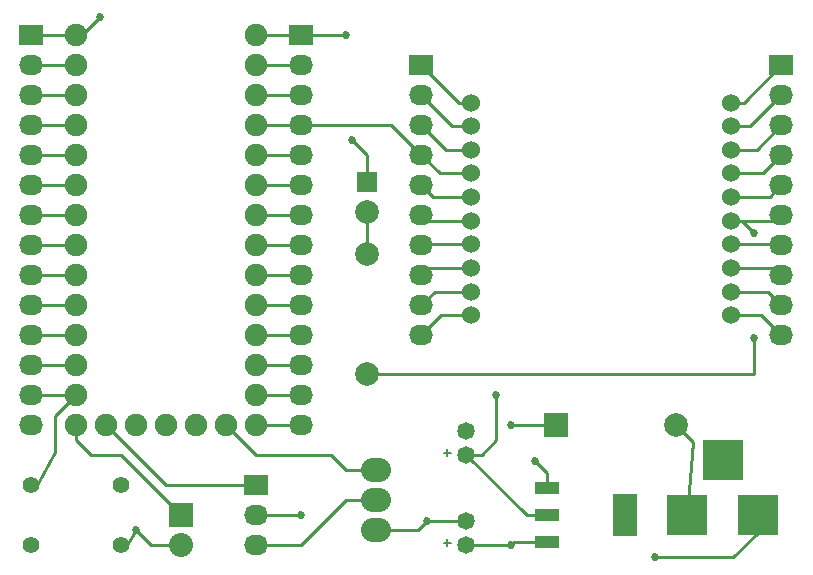
<source format=gtl>
G04 #@! TF.FileFunction,Copper,L1,Top,Signal*
%FSLAX46Y46*%
G04 Gerber Fmt 4.6, Leading zero omitted, Abs format (unit mm)*
G04 Created by KiCad (PCBNEW (2015-05-10 BZR 5649)-product) date Thursday, May 21, 2015 'PMt' 11:43:20 PM*
%MOMM*%
G01*
G04 APERTURE LIST*
%ADD10C,0.100000*%
%ADD11C,0.150000*%
%ADD12C,1.480820*%
%ADD13R,3.500120X3.500120*%
%ADD14R,1.699260X1.699260*%
%ADD15C,1.998980*%
%ADD16R,1.998980X1.998980*%
%ADD17C,1.524000*%
%ADD18R,2.032000X2.032000*%
%ADD19O,2.032000X2.032000*%
%ADD20R,2.032000X1.727200*%
%ADD21O,2.032000X1.727200*%
%ADD22O,2.540000X2.032000*%
%ADD23C,1.397000*%
%ADD24R,2.032000X3.657600*%
%ADD25R,2.032000X1.016000*%
%ADD26C,1.900000*%
%ADD27C,0.685800*%
%ADD28C,0.250000*%
%ADD29C,0.254000*%
G04 APERTURE END LIST*
D10*
D11*
X167309800Y-172504100D02*
X167609520Y-172504100D01*
X167309800Y-172504100D02*
X167309800Y-172204380D01*
X167309800Y-172803820D02*
X167309800Y-172504100D01*
X167309800Y-172504100D02*
X167010080Y-172504100D01*
X167309800Y-164884100D02*
X167609520Y-164884100D01*
X167309800Y-164884100D02*
X167309800Y-164584380D01*
X167309800Y-165183820D02*
X167309800Y-164884100D01*
X167309800Y-164884100D02*
X167010080Y-164884100D01*
D12*
X168910000Y-172704760D03*
X168910000Y-170703240D03*
X168910000Y-165084760D03*
X168910000Y-163083240D03*
D13*
X187601860Y-170180000D03*
X193601340Y-170180000D03*
X190601600Y-165481000D03*
D14*
X160528000Y-141986000D03*
D15*
X160528000Y-144526000D03*
X186690000Y-162557460D03*
D16*
X176530000Y-162557460D03*
D17*
X169340000Y-135240000D03*
X169340000Y-137240000D03*
X169340000Y-141240000D03*
X169340000Y-139240000D03*
X169340000Y-145240000D03*
X169340000Y-147240000D03*
X169340000Y-149240000D03*
X169340000Y-151240000D03*
X169340000Y-153240000D03*
X191340000Y-153240000D03*
X191340000Y-151240000D03*
X191340000Y-149240000D03*
X191340000Y-147240000D03*
X191340000Y-145240000D03*
X191340000Y-143240000D03*
X191340000Y-141240000D03*
X191340000Y-139240000D03*
X191340000Y-137240000D03*
X191340000Y-135240000D03*
X169340000Y-143240000D03*
D18*
X144780000Y-170180000D03*
D19*
X144780000Y-172720000D03*
D20*
X151130000Y-167640000D03*
D21*
X151130000Y-170180000D03*
X151130000Y-172720000D03*
D20*
X165100000Y-132080000D03*
D21*
X165100000Y-134620000D03*
X165100000Y-137160000D03*
X165100000Y-139700000D03*
X165100000Y-142240000D03*
X165100000Y-144780000D03*
X165100000Y-147320000D03*
X165100000Y-149860000D03*
X165100000Y-152400000D03*
X165100000Y-154940000D03*
D20*
X195580000Y-132080000D03*
D21*
X195580000Y-134620000D03*
X195580000Y-137160000D03*
X195580000Y-139700000D03*
X195580000Y-142240000D03*
X195580000Y-144780000D03*
X195580000Y-147320000D03*
X195580000Y-149860000D03*
X195580000Y-152400000D03*
X195580000Y-154940000D03*
D20*
X132080000Y-129540000D03*
D21*
X132080000Y-132080000D03*
X132080000Y-134620000D03*
X132080000Y-137160000D03*
X132080000Y-139700000D03*
X132080000Y-142240000D03*
X132080000Y-144780000D03*
X132080000Y-147320000D03*
X132080000Y-149860000D03*
X132080000Y-152400000D03*
X132080000Y-154940000D03*
X132080000Y-157480000D03*
X132080000Y-160020000D03*
X132080000Y-162560000D03*
D20*
X154940000Y-129540000D03*
D21*
X154940000Y-132080000D03*
X154940000Y-134620000D03*
X154940000Y-137160000D03*
X154940000Y-139700000D03*
X154940000Y-142240000D03*
X154940000Y-144780000D03*
X154940000Y-147320000D03*
X154940000Y-149860000D03*
X154940000Y-152400000D03*
X154940000Y-154940000D03*
X154940000Y-157480000D03*
X154940000Y-160020000D03*
X154940000Y-162560000D03*
D22*
X161290000Y-168910000D03*
X161290000Y-171450000D03*
X161290000Y-166370000D03*
D15*
X160528000Y-158242000D03*
X160528000Y-148082000D03*
D23*
X139700000Y-167640000D03*
X139700000Y-172720000D03*
X132080000Y-167640000D03*
X132080000Y-172720000D03*
D24*
X182372000Y-170180000D03*
D25*
X175768000Y-170180000D03*
X175768000Y-172466000D03*
X175768000Y-167894000D03*
D26*
X148590000Y-162560000D03*
X146050000Y-162560000D03*
X143510000Y-162560000D03*
X140970000Y-162560000D03*
X138430000Y-162560000D03*
X135890000Y-132080000D03*
X135890000Y-134620000D03*
X135890000Y-137160000D03*
X135890000Y-139700000D03*
X135890000Y-142240000D03*
X135890000Y-144780000D03*
X135890000Y-147320000D03*
X135890000Y-149860000D03*
X135890000Y-152400000D03*
X135890000Y-154940000D03*
X135890000Y-157480000D03*
X135890000Y-160020000D03*
X135890000Y-162560000D03*
X151130000Y-162560000D03*
X151130000Y-160020000D03*
X151130000Y-157480000D03*
X151130000Y-154940000D03*
X151130000Y-152400000D03*
X151130000Y-149860000D03*
X151130000Y-147320000D03*
X151130000Y-144780000D03*
X151130000Y-142240000D03*
X151130000Y-139700000D03*
X151130000Y-137160000D03*
X151130000Y-134620000D03*
X151130000Y-132080000D03*
X151130000Y-129540000D03*
X135890000Y-129540000D03*
D27*
X154940000Y-170180000D03*
X158750000Y-129540000D03*
X172720000Y-162560000D03*
X172720000Y-172720000D03*
X159258000Y-138430000D03*
X137922000Y-128016000D03*
X140970000Y-171450000D03*
X165608000Y-170688000D03*
X184912000Y-173736000D03*
X174752000Y-165608000D03*
X171450000Y-160020000D03*
X193294000Y-146304000D03*
X193294000Y-155194000D03*
D28*
X151130000Y-129540000D02*
X154940000Y-129540000D01*
X175529240Y-172704760D02*
X175768000Y-172466000D01*
X154940000Y-170180000D02*
X151130000Y-170180000D01*
X154940000Y-129540000D02*
X158750000Y-129540000D01*
X172722540Y-162557460D02*
X176530000Y-162557460D01*
X172722540Y-162557460D02*
X172720000Y-162560000D01*
X168925240Y-172720000D02*
X168910000Y-172704760D01*
X172720000Y-172720000D02*
X172974000Y-172466000D01*
X172974000Y-172466000D02*
X175768000Y-172466000D01*
X172720000Y-172720000D02*
X168925240Y-172720000D01*
D29*
X160528000Y-141986000D02*
X160528000Y-139700000D01*
X160528000Y-139700000D02*
X159258000Y-138430000D01*
X135890000Y-129540000D02*
X136398000Y-129540000D01*
X136398000Y-129540000D02*
X137922000Y-128016000D01*
X135890000Y-129540000D02*
X136652000Y-129540000D01*
X135890000Y-129540000D02*
X136144000Y-129540000D01*
D28*
X135890000Y-129540000D02*
X132080000Y-129540000D01*
X166800000Y-153240000D02*
X165100000Y-154940000D01*
X169340000Y-153240000D02*
X166800000Y-153240000D01*
X142240000Y-172720000D02*
X140970000Y-171450000D01*
X140208000Y-172720000D02*
X139700000Y-172720000D01*
X140208000Y-172720000D02*
X140970000Y-171450000D01*
X144780000Y-172720000D02*
X142240000Y-172720000D01*
X168910000Y-163083240D02*
X168417240Y-163083240D01*
X165623240Y-170703240D02*
X165608000Y-170688000D01*
X164846000Y-171450000D02*
X161290000Y-171450000D01*
X164846000Y-171450000D02*
X165608000Y-170688000D01*
X168910000Y-170703240D02*
X165623240Y-170703240D01*
X191516000Y-173736000D02*
X184912000Y-173736000D01*
X193601340Y-171650660D02*
X191516000Y-173736000D01*
X193601340Y-170180000D02*
X193601340Y-171650660D01*
X175768000Y-166624000D02*
X174752000Y-165608000D01*
X175768000Y-167894000D02*
X175768000Y-166624000D01*
X174005240Y-170180000D02*
X168910000Y-165084760D01*
X175768000Y-170180000D02*
X174005240Y-170180000D01*
X168260000Y-135240000D02*
X165100000Y-132080000D01*
X169340000Y-135240000D02*
X168260000Y-135240000D01*
X171450000Y-160020000D02*
X171450000Y-163830000D01*
X171450000Y-163830000D02*
X170195240Y-165084760D01*
X170195240Y-165084760D02*
X168910000Y-165084760D01*
X188109860Y-163977320D02*
X186690000Y-162557460D01*
X187601860Y-170180000D02*
X188109860Y-163977320D01*
X167720000Y-137240000D02*
X165100000Y-134620000D01*
X169340000Y-137240000D02*
X167720000Y-137240000D01*
X166100000Y-143240000D02*
X165100000Y-142240000D01*
X169340000Y-143240000D02*
X166100000Y-143240000D01*
X165560000Y-145240000D02*
X165100000Y-144780000D01*
X169340000Y-145240000D02*
X165560000Y-145240000D01*
X165180000Y-147240000D02*
X165100000Y-147320000D01*
X169340000Y-147240000D02*
X165180000Y-147240000D01*
X165720000Y-149240000D02*
X165100000Y-149860000D01*
X169340000Y-149240000D02*
X165720000Y-149240000D01*
X193880000Y-153240000D02*
X195580000Y-154940000D01*
X191340000Y-153240000D02*
X193880000Y-153240000D01*
X194960000Y-149240000D02*
X195580000Y-149860000D01*
X191340000Y-149240000D02*
X194960000Y-149240000D01*
X195500000Y-147240000D02*
X195580000Y-147320000D01*
X191340000Y-147240000D02*
X195500000Y-147240000D01*
D29*
X160528000Y-158242000D02*
X193294000Y-158242000D01*
X192230000Y-145240000D02*
X191340000Y-145240000D01*
X193294000Y-146304000D02*
X192230000Y-145240000D01*
X193294000Y-158242000D02*
X193294000Y-155194000D01*
D28*
X195120000Y-145240000D02*
X195580000Y-144780000D01*
X191340000Y-145240000D02*
X195120000Y-145240000D01*
X194580000Y-143240000D02*
X195580000Y-142240000D01*
X191340000Y-143240000D02*
X194580000Y-143240000D01*
X194040000Y-141240000D02*
X195580000Y-139700000D01*
X191340000Y-141240000D02*
X194040000Y-141240000D01*
X193500000Y-139240000D02*
X195580000Y-137160000D01*
X191340000Y-139240000D02*
X193500000Y-139240000D01*
X192960000Y-137240000D02*
X195580000Y-134620000D01*
X191340000Y-137240000D02*
X192960000Y-137240000D01*
X192420000Y-135240000D02*
X195580000Y-132080000D01*
X191340000Y-135240000D02*
X192420000Y-135240000D01*
X135890000Y-163830000D02*
X137160000Y-165100000D01*
X137160000Y-165100000D02*
X139700000Y-165100000D01*
X139700000Y-165100000D02*
X144780000Y-170180000D01*
X135890000Y-162560000D02*
X135890000Y-163830000D01*
X138430000Y-162560000D02*
X143510000Y-167640000D01*
X143510000Y-167640000D02*
X151130000Y-167640000D01*
X154940000Y-172720000D02*
X158750000Y-168910000D01*
X158750000Y-168910000D02*
X161290000Y-168910000D01*
X151130000Y-172720000D02*
X154940000Y-172720000D01*
X167180000Y-139240000D02*
X165100000Y-137160000D01*
X169340000Y-139240000D02*
X167180000Y-139240000D01*
X135890000Y-132080000D02*
X132080000Y-132080000D01*
X135890000Y-134620000D02*
X132080000Y-134620000D01*
X135890000Y-137160000D02*
X132080000Y-137160000D01*
X135890000Y-139700000D02*
X132080000Y-139700000D01*
X135890000Y-142240000D02*
X132080000Y-142240000D01*
X135890000Y-144780000D02*
X132080000Y-144780000D01*
X135890000Y-149860000D02*
X132080000Y-149860000D01*
X135890000Y-152400000D02*
X132080000Y-152400000D01*
X135890000Y-154940000D02*
X132080000Y-154940000D01*
X135890000Y-160020000D02*
X132080000Y-160020000D01*
X134112000Y-161798000D02*
X135890000Y-160020000D01*
X134112000Y-164846000D02*
X134112000Y-161798000D01*
X132588000Y-167640000D02*
X134112000Y-164846000D01*
X132080000Y-167640000D02*
X132588000Y-167640000D01*
X151130000Y-132080000D02*
X154940000Y-132080000D01*
X151130000Y-134620000D02*
X154940000Y-134620000D01*
X151130000Y-139700000D02*
X154940000Y-139700000D01*
X151130000Y-142240000D02*
X154940000Y-142240000D01*
X151130000Y-144780000D02*
X154940000Y-144780000D01*
X151130000Y-147320000D02*
X154940000Y-147320000D01*
X151130000Y-149860000D02*
X154940000Y-149860000D01*
X151130000Y-152400000D02*
X154940000Y-152400000D01*
X151130000Y-154940000D02*
X154940000Y-154940000D01*
X151130000Y-157480000D02*
X154940000Y-157480000D01*
X151130000Y-160020000D02*
X154940000Y-160020000D01*
D29*
X160528000Y-144526000D02*
X160528000Y-148082000D01*
D28*
X151130000Y-137160000D02*
X154940000Y-137160000D01*
X162560000Y-137160000D02*
X165100000Y-139700000D01*
X154940000Y-137160000D02*
X162560000Y-137160000D01*
X166640000Y-141240000D02*
X165100000Y-139700000D01*
X169340000Y-141240000D02*
X166640000Y-141240000D01*
X194420000Y-151240000D02*
X195580000Y-152400000D01*
X191340000Y-151240000D02*
X194420000Y-151240000D01*
X135890000Y-147320000D02*
X132080000Y-147320000D01*
X151130000Y-165100000D02*
X157480000Y-165100000D01*
X157480000Y-165100000D02*
X158750000Y-166370000D01*
X158750000Y-166370000D02*
X161290000Y-166370000D01*
X148590000Y-162560000D02*
X151130000Y-165100000D01*
X135890000Y-157480000D02*
X132080000Y-157480000D01*
X166260000Y-151240000D02*
X165100000Y-152400000D01*
X169340000Y-151240000D02*
X166260000Y-151240000D01*
X151130000Y-162560000D02*
X154940000Y-162560000D01*
M02*

</source>
